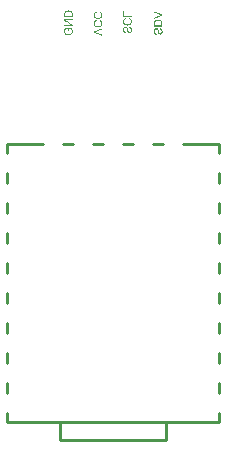
<source format=gbo>
G04 Layer: BottomSilkscreenLayer*
G04 EasyEDA Pro v2.1.54, 2024-04-03 12:40:51*
G04 Gerber Generator version 0.3*
G04 Scale: 100 percent, Rotated: No, Reflected: No*
G04 Dimensions in millimeters*
G04 Leading zeros omitted, absolute positions, 3 integers and 5 decimals*
%FSLAX35Y35*%
%MOMM*%
%ADD10C,0.254*%
G75*


G04 Text Start*
G36*
G01X2221992Y-2345741D02*
G01X2215744Y-2345893D01*
G01X2213356Y-2346198D01*
G01X2208784Y-2347112D01*
G01X2207108Y-2347570D01*
G01X2204415Y-2348484D01*
G01X2203196Y-2348941D01*
G01X2202129Y-2349398D01*
G01X2199386Y-2350770D01*
G01X2197862Y-2351684D01*
G01X2195779Y-2353158D01*
G01X2192579Y-2355901D01*
G01X2190750Y-2358187D01*
G01X2189531Y-2360016D01*
G01X2188921Y-2361082D01*
G01X2188312Y-2362403D01*
G01X2187753Y-2363927D01*
G01X2186686Y-2367128D01*
G01X2186076Y-2370176D01*
G01X2185772Y-2372563D01*
G01X2185670Y-2385619D01*
G01X2193798D01*
G01X2193950Y-2375611D01*
G01X2194103Y-2374392D01*
G01X2194255Y-2372868D01*
G01X2194560Y-2371344D01*
G01X2195170Y-2368956D01*
G01X2195627Y-2367737D01*
G01X2196795Y-2365299D01*
G01X2197557Y-2364080D01*
G01X2198472Y-2363013D01*
G01X2199996Y-2361540D01*
G01X2200758Y-2360930D01*
G01X2201824Y-2360168D01*
G01X2203044Y-2359406D01*
G01X2204263Y-2358796D01*
G01X2205584Y-2358187D01*
G01X2207108Y-2357577D01*
G01X2209089Y-2356968D01*
G01X2210613Y-2356510D01*
G01X2214220Y-2355901D01*
G01X2217877Y-2355596D01*
G01X2221230Y-2355444D01*
G01X2224532Y-2355596D01*
G01X2228190Y-2355901D01*
G01X2230018Y-2356206D01*
G01X2232406Y-2356663D01*
G01X2233930Y-2357120D01*
G01X2235149Y-2357425D01*
G01X2236368Y-2357882D01*
G01X2238807Y-2359101D01*
G01X2240026Y-2359863D01*
G01X2241042Y-2360625D01*
G01X2241804Y-2361082D01*
G01X2242566Y-2361692D01*
G01X2244395Y-2363470D01*
G01X2245309Y-2364689D01*
G01X2246071Y-2365756D01*
G01X2246833Y-2367128D01*
G01X2247443Y-2368499D01*
G01X2247900Y-2370176D01*
G01X2248205Y-2371649D01*
G01X2248510Y-2374392D01*
G01X2248662Y-2385162D01*
G01Y-2395474D01*
G01X2221382D01*
G01X2193950Y-2395322D01*
G01X2193798Y-2385619D01*
G01X2185670D01*
G01X2185619Y-2388921D01*
G01Y-2404872D01*
G01X2256841D01*
G01Y-2389073D01*
G01X2256688Y-2372868D01*
G01X2256384Y-2370176D01*
G01X2256079Y-2368499D01*
G01X2255622Y-2366366D01*
G01X2254707Y-2363622D01*
G01X2254098Y-2362251D01*
G01X2252726Y-2359558D01*
G01X2251202Y-2357425D01*
G01X2250288Y-2356358D01*
G01X2247290Y-2353310D01*
G01X2246528Y-2352751D01*
G01X2244395Y-2351227D01*
G01X2242261Y-2350008D01*
G01X2241347Y-2349551D01*
G01X2240280Y-2349094D01*
G01X2238959Y-2348484D01*
G01X2237130Y-2347874D01*
G01X2235149Y-2347265D01*
G01X2233625Y-2346808D01*
G01X2230323Y-2346198D01*
G01X2228190Y-2345893D01*
G37*
G36*
G01X2185619Y-2420620D02*
G01X2185619Y-2425598D01*
G01X2185721Y-2429408D01*
G01X2186076Y-2430932D01*
G01X2187143Y-2431644D01*
G01X2206193Y-2444394D01*
G01X2208327Y-2445918D01*
G01X2239721Y-2466797D01*
G01X2240585Y-2467559D01*
G01X2233828Y-2467813D01*
G01X2213204Y-2467864D01*
G01X2185619D01*
G01Y-2477262D01*
G01X2256841D01*
G01Y-2472893D01*
G01X2256688Y-2467712D01*
G01X2256384Y-2467051D01*
G01X2255774Y-2466492D01*
G01X2246224Y-2460142D01*
G01X2244090Y-2458618D01*
G01X2212746Y-2437740D01*
G01X2210613Y-2436216D01*
G01X2203806Y-2431644D01*
G01X2202739Y-2431085D01*
G01X2202129Y-2430475D01*
G01X2208886Y-2430120D01*
G01X2229409Y-2430018D01*
G01X2256841D01*
G01Y-2420620D01*
G37*
G36*
G01X2208784Y-2490927D02*
G01X2195474Y-2491232D01*
G01X2194865Y-2491842D01*
G01X2193950Y-2492858D01*
G01X2192426Y-2494991D01*
G01X2191664Y-2496210D01*
G01X2191055Y-2497277D01*
G01X2190293Y-2498496D01*
G01X2189531Y-2499868D01*
G01X2188312Y-2502256D01*
G01X2187753Y-2503627D01*
G01X2187143Y-2505151D01*
G01X2185467Y-2510130D01*
G01X2184857Y-2513178D01*
G01X2184552Y-2515311D01*
G01X2184400Y-2520747D01*
G01X2184552Y-2526233D01*
G01X2185162Y-2529230D01*
G01X2185467Y-2530602D01*
G01X2185924Y-2532583D01*
G01X2186534Y-2534564D01*
G01X2187143Y-2536190D01*
G01X2188312Y-2538933D01*
G01X2189074Y-2540457D01*
G01X2190598Y-2542896D01*
G01X2192122Y-2544978D01*
G01X2193036Y-2546045D01*
G01X2196389Y-2549398D01*
G01X2197557Y-2550312D01*
G01X2198624Y-2551074D01*
G01X2201062Y-2552598D01*
G01X2202434Y-2553310D01*
G01X2203806Y-2553919D01*
G01X2205025Y-2554376D01*
G01X2206041Y-2554834D01*
G01X2207260Y-2555291D01*
G01X2208936Y-2555748D01*
G01X2210308Y-2556205D01*
G01X2213661Y-2556815D01*
G01X2216048Y-2557120D01*
G01X2220163Y-2557272D01*
G01X2224837Y-2557120D01*
G01X2227275Y-2556815D01*
G01X2229104Y-2556510D01*
G01X2230628Y-2556205D01*
G01X2232711Y-2555748D01*
G01X2234692Y-2555138D01*
G01X2236521Y-2554529D01*
G01X2238045Y-2553919D01*
G01X2239416Y-2553310D01*
G01X2241804Y-2552141D01*
G01X2243176Y-2551379D01*
G01X2244547Y-2550465D01*
G01X2246681Y-2548941D01*
G01X2247748Y-2548026D01*
G01X2250745Y-2544978D01*
G01X2251354Y-2544267D01*
G01X2252878Y-2542134D01*
G01X2253488Y-2541067D01*
G01X2254707Y-2538628D01*
G01X2255317Y-2537257D01*
G01X2255926Y-2535784D01*
G01X2256536Y-2533802D01*
G01X2256993Y-2532278D01*
G01X2257552Y-2529230D01*
G01X2257857Y-2527148D01*
G01X2258009Y-2522118D01*
G01X2257857Y-2516835D01*
G01X2257552Y-2514702D01*
G01X2257146Y-2512263D01*
G01X2256688Y-2510739D01*
G01X2256384Y-2509571D01*
G01X2255926Y-2508199D01*
G01X2255469Y-2506980D01*
G01X2255012Y-2505913D01*
G01X2254402Y-2504694D01*
G01X2253640Y-2503322D01*
G01X2252726Y-2501951D01*
G01X2251964Y-2500935D01*
G01X2251354Y-2500173D01*
G01X2248814Y-2497582D01*
G01X2247595Y-2496668D01*
G01X2246833Y-2496058D01*
G01X2245766Y-2495448D01*
G01X2243328Y-2494229D01*
G01X2241956Y-2493620D01*
G01X2240432Y-2493010D01*
G01X2239112Y-2492553D01*
G01X2237892Y-2492299D01*
G01X2237232D01*
G01X2236826Y-2492553D01*
G01X2236368Y-2493772D01*
G01X2235911Y-2495601D01*
G01X2235302Y-2497734D01*
G01X2234844Y-2499258D01*
G01X2234692Y-2500325D01*
G01X2234895Y-2500782D01*
G01X2235454Y-2501087D01*
G01X2236826Y-2501494D01*
G01X2238045Y-2501951D01*
G01X2239112Y-2502408D01*
G01X2242414Y-2504084D01*
G01X2243176Y-2504694D01*
G01X2244090Y-2505456D01*
G01X2244852Y-2506218D01*
G01X2245462Y-2506980D01*
G01X2246376Y-2508047D01*
G01X2247290Y-2509571D01*
G01X2248052Y-2510892D01*
G01X2248916Y-2513330D01*
G01X2249373Y-2514702D01*
G01X2249678Y-2515921D01*
G01X2249983Y-2518054D01*
G01X2250135Y-2521204D01*
G01X2249983Y-2524404D01*
G01X2249678Y-2526843D01*
G01X2249373Y-2528316D01*
G01X2248916Y-2530297D01*
G01X2248357Y-2531974D01*
G01X2247748Y-2533498D01*
G01X2247138Y-2534717D01*
G01X2246528Y-2535784D01*
G01X2245919Y-2536647D01*
G01X2245462Y-2537409D01*
G01X2244852Y-2538171D01*
G01X2241804Y-2541219D01*
G01X2241042Y-2541829D01*
G01X2239264Y-2543048D01*
G01X2238197Y-2543658D01*
G01X2236978Y-2544267D01*
G01X2234844Y-2545131D01*
G01X2233473Y-2545588D01*
G01X2230476Y-2546502D01*
G01X2229104Y-2546807D01*
G01X2226970Y-2547112D01*
G01X2221992Y-2547264D01*
G01X2216353Y-2547112D01*
G01X2214220Y-2546807D01*
G01X2212746Y-2546502D01*
G01X2211375Y-2546198D01*
G01X2209546Y-2545740D01*
G01X2207870Y-2545131D01*
G01X2206346Y-2544572D01*
G01X2204872Y-2543810D01*
G01X2203348Y-2542896D01*
G01X2202282Y-2542134D01*
G01X2199996Y-2540305D01*
G01X2198929Y-2539238D01*
G01X2198014Y-2538019D01*
G01X2197252Y-2536952D01*
G01X2196541Y-2535784D01*
G01X2195932Y-2534717D01*
G01X2195322Y-2533498D01*
G01X2194712Y-2531974D01*
G01X2194103Y-2530297D01*
G01X2193646Y-2528926D01*
G01X2193036Y-2525624D01*
G01X2192884Y-2522118D01*
G01X2193036Y-2517750D01*
G01X2193341Y-2515921D01*
G01X2193646Y-2514397D01*
G01X2194103Y-2512416D01*
G01X2194712Y-2510587D01*
G01X2195322Y-2509114D01*
G01X2195932Y-2507742D01*
G01X2197710Y-2504084D01*
G01X2198472Y-2502865D01*
G01X2199234Y-2501798D01*
G01X2199843Y-2500935D01*
G01X2201723Y-2500478D01*
G01X2206803Y-2500325D01*
G01X2213508D01*
G01Y-2521509D01*
G01X2221687D01*
G01Y-2513178D01*
G01X2221840Y-2504389D01*
G01X2221992Y-2497430D01*
G01Y-2490927D01*
G37*
G36*
G01X2435910Y-2533486D02*
G01X2435607Y-2528335D01*
G01Y-2523335D01*
G01X2436516Y-2523032D01*
G01X2438032Y-2522426D01*
G01X2440456Y-2521516D01*
G01X2445001Y-2519698D01*
G01X2446668Y-2519092D01*
G01X2451214Y-2517274D01*
G01X2452880Y-2516668D01*
G01X2460456Y-2513638D01*
G01X2462880Y-2512729D01*
G01X2467426Y-2510910D01*
G01X2469092Y-2510304D01*
G01X2473638Y-2508486D01*
G01X2475305Y-2507880D01*
G01X2481365Y-2505456D01*
G01X2483032Y-2504850D01*
G01X2489092Y-2502426D01*
G01X2490759Y-2501819D01*
G01X2496820Y-2499395D01*
G01X2498486Y-2498789D01*
G01X2503032Y-2496971D01*
G01X2504698Y-2496365D01*
G01X2506214Y-2495759D01*
G01X2506820Y-2495456D01*
G01Y-2505153D01*
G01X2506062Y-2505456D01*
G01X2504395Y-2506062D01*
G01X2502880Y-2506668D01*
G01X2498032Y-2508486D01*
G01X2496668Y-2508941D01*
G01X2484547Y-2513486D01*
G01X2483183Y-2513941D01*
G01X2481668Y-2514547D01*
G01X2478335Y-2515759D01*
G01X2476820Y-2516365D01*
G01X2471971Y-2518183D01*
G01X2470608Y-2518638D01*
G01X2456062Y-2524092D01*
G01X2454698Y-2524547D01*
G01X2453183Y-2525153D01*
G01X2445911Y-2527577D01*
G01X2444698Y-2528032D01*
G01Y-2528486D01*
G01X2445911Y-2528941D01*
G01X2447426Y-2529395D01*
G01X2455608Y-2532123D01*
G01X2457123Y-2532729D01*
G01X2458941Y-2533335D01*
G01X2465608Y-2535759D01*
G01X2467426Y-2536365D01*
G01X2468941Y-2536971D01*
G01X2471668Y-2537880D01*
G01X2473183Y-2538486D01*
G01X2475001Y-2539092D01*
G01X2478335Y-2540304D01*
G01X2480153Y-2540910D01*
G01X2481668Y-2541516D01*
G01X2484395Y-2542426D01*
G01X2485911Y-2543032D01*
G01X2487729Y-2543638D01*
G01X2489244Y-2544244D01*
G01X2491971Y-2545153D01*
G01X2493486Y-2545759D01*
G01X2495304Y-2546365D01*
G01X2498638Y-2547577D01*
G01X2500456Y-2548183D01*
G01X2501971Y-2548789D01*
G01X2504698Y-2549698D01*
G01X2506062Y-2550304D01*
G01X2506820Y-2550607D01*
G01Y-2560910D01*
G01X2505910Y-2560607D01*
G01X2504244Y-2560001D01*
G01X2502729Y-2559395D01*
G01X2501062Y-2558789D01*
G01X2496517Y-2556971D01*
G01X2494092Y-2556062D01*
G01X2491062Y-2554850D01*
G01X2488638Y-2553941D01*
G01X2487123Y-2553335D01*
G01X2485456Y-2552729D01*
G01X2482426Y-2551516D01*
G01X2480759Y-2550910D01*
G01X2476214Y-2549092D01*
G01X2473789Y-2548183D01*
G01X2472274Y-2547577D01*
G01X2470608Y-2546971D01*
G01X2467577Y-2545759D01*
G01X2465911Y-2545153D01*
G01X2461365Y-2543335D01*
G01X2458941Y-2542426D01*
G01X2455911Y-2541213D01*
G01X2453486Y-2540304D01*
G01X2451971Y-2539698D01*
G01X2450304Y-2539092D01*
G01X2447274Y-2537880D01*
G01X2445607Y-2537274D01*
G01X2441062Y-2535456D01*
G01X2438638Y-2534547D01*
G01X2437123Y-2533941D01*
G01X2435910Y-2533486D01*
G37*
G36*
G01X2434547Y-2389547D02*
G01X2434395Y-2384092D01*
G01X2434547Y-2378637D01*
G01X2435153Y-2375304D01*
G01X2436213Y-2372122D01*
G01X2436820Y-2370607D01*
G01X2437426Y-2369243D01*
G01X2438032Y-2368183D01*
G01X2439547Y-2365910D01*
G01X2440456Y-2364698D01*
G01X2441213Y-2363940D01*
G01X2442426Y-2362425D01*
G01X2443638Y-2361516D01*
G01X2444698Y-2360456D01*
G01X2445456Y-2359850D01*
G01X2446517Y-2359243D01*
G01X2447880Y-2358334D01*
G01X2449244Y-2357577D01*
G01X2450304Y-2356971D01*
G01X2453486Y-2355607D01*
G01X2454698Y-2355153D01*
G01X2456214Y-2354698D01*
G01X2457577Y-2354395D01*
G01X2457994Y-2354433D01*
G01X2458335Y-2354850D01*
G01X2458789Y-2356516D01*
G01X2459092Y-2358031D01*
G01X2459547Y-2359547D01*
G01X2460002Y-2361516D01*
G01X2460305Y-2362880D01*
G01X2460153Y-2363637D01*
G01X2458941Y-2364092D01*
G01X2457577Y-2364395D01*
G01X2456365Y-2364850D01*
G01X2453335Y-2366062D01*
G01X2452274Y-2366668D01*
G01X2450001Y-2368183D01*
G01X2448486Y-2369395D01*
G01X2447274Y-2370759D01*
G01X2446365Y-2371819D01*
G01X2445759Y-2372577D01*
G01X2445304Y-2373486D01*
G01X2444547Y-2374698D01*
G01X2443941Y-2376062D01*
G01X2443486Y-2377274D01*
G01X2443032Y-2378940D01*
G01X2442729Y-2380456D01*
G01X2442426Y-2382274D01*
G01X2442274Y-2385456D01*
G01X2442426Y-2387728D01*
G01X2442729Y-2389395D01*
G01X2443183Y-2391213D01*
G01X2443638Y-2392577D01*
G01X2444092Y-2393789D01*
G01X2445304Y-2396213D01*
G01X2446062Y-2397425D01*
G01X2446820Y-2398486D01*
G01X2447426Y-2399244D01*
G01X2448941Y-2400759D01*
G01X2449850Y-2401516D01*
G01X2450759Y-2402122D01*
G01X2451820Y-2402880D01*
G01X2453335Y-2403789D01*
G01X2455002Y-2404547D01*
G01X2456517Y-2405153D01*
G01X2457880Y-2405607D01*
G01X2459092Y-2405910D01*
G01X2460608Y-2406365D01*
G01X2463032Y-2406819D01*
G01X2464850Y-2407122D01*
G01X2467577Y-2407426D01*
G01X2471971Y-2407577D01*
G01X2476365Y-2407426D01*
G01X2478789Y-2407122D01*
G01X2481820Y-2406516D01*
G01X2483335Y-2406062D01*
G01X2485304Y-2405456D01*
G01X2487123Y-2404850D01*
G01X2488486Y-2404244D01*
G01X2489547Y-2403638D01*
G01X2490759Y-2402880D01*
G01X2491820Y-2402122D01*
G01X2493032Y-2401213D01*
G01X2494092Y-2400153D01*
G01X2495911Y-2397880D01*
G01X2496668Y-2396819D01*
G01X2497577Y-2395304D01*
G01X2498183Y-2393941D01*
G01X2498638Y-2392728D01*
G01X2499092Y-2391365D01*
G01X2499395Y-2390153D01*
G01X2499698Y-2388638D01*
G01X2500001Y-2386516D01*
G01X2500153Y-2383183D01*
G01X2500001Y-2380456D01*
G01X2499698Y-2378940D01*
G01X2499244Y-2377274D01*
G01X2498789Y-2375910D01*
G01X2498335Y-2374698D01*
G01X2496820Y-2372274D01*
G01X2495607Y-2370759D01*
G01X2494850Y-2370001D01*
G01X2493638Y-2369092D01*
G01X2492123Y-2368031D01*
G01X2490911Y-2367274D01*
G01X2488486Y-2366062D01*
G01X2487426Y-2365607D01*
G01X2486214Y-2365153D01*
G01X2485456Y-2364395D01*
G01Y-2363031D01*
G01X2485759Y-2361668D01*
G01X2486214Y-2360153D01*
G01X2486668Y-2358031D01*
G01X2486971Y-2356516D01*
G01X2487426Y-2355759D01*
G01X2488486Y-2355607D01*
G01X2489850Y-2356062D01*
G01X2491365Y-2356668D01*
G01X2492729Y-2357274D01*
G01X2493941Y-2357880D01*
G01X2495001Y-2358486D01*
G01X2496062Y-2359243D01*
G01X2497577Y-2360304D01*
G01X2499092Y-2361516D01*
G01X2500911Y-2363334D01*
G01X2502426Y-2365153D01*
G01X2503032Y-2365910D01*
G01X2503638Y-2366971D01*
G01X2504395Y-2368334D01*
G01X2505001Y-2369395D01*
G01X2505456Y-2370304D01*
G01X2505910Y-2371365D01*
G01X2506365Y-2372577D01*
G01X2506820Y-2373940D01*
G01X2507274Y-2375759D01*
G01X2507577Y-2377425D01*
G01X2507880Y-2379547D01*
G01X2508032Y-2384244D01*
G01X2507880Y-2388941D01*
G01X2507274Y-2392274D01*
G01X2506971Y-2393486D01*
G01X2506062Y-2396213D01*
G01X2505607Y-2397425D01*
G01X2504698Y-2399547D01*
G01X2504092Y-2400759D01*
G01X2503486Y-2401819D01*
G01X2501971Y-2404092D01*
G01X2501062Y-2405304D01*
G01X2499850Y-2406819D01*
G01X2498335Y-2408335D01*
G01X2496820Y-2409547D01*
G01X2495911Y-2410304D01*
G01X2495001Y-2410910D01*
G01X2493941Y-2411668D01*
G01X2492426Y-2412577D01*
G01X2489698Y-2413941D01*
G01X2488638Y-2414395D01*
G01X2487426Y-2414850D01*
G01X2484698Y-2415759D01*
G01X2483032Y-2416213D01*
G01X2481517Y-2416516D01*
G01X2477880Y-2417122D01*
G01X2474547Y-2417426D01*
G01X2471365Y-2417577D01*
G01X2468183Y-2417426D01*
G01X2464850Y-2417122D01*
G01X2462729Y-2416819D01*
G01X2459698Y-2416213D01*
G01X2458183Y-2415759D01*
G01X2456214Y-2415153D01*
G01X2454547Y-2414547D01*
G01X2451517Y-2413335D01*
G01X2449092Y-2412122D01*
G01X2448032Y-2411516D01*
G01X2446971Y-2410759D01*
G01X2445456Y-2409698D01*
G01X2443941Y-2408486D01*
G01X2441365Y-2405910D01*
G01X2440456Y-2404698D01*
G01X2439395Y-2403183D01*
G01X2438486Y-2401819D01*
G01X2437729Y-2400456D01*
G01X2437123Y-2399092D01*
G01X2436516Y-2397577D01*
G01X2435910Y-2395759D01*
G01X2435456Y-2393941D01*
G01X2435153Y-2392577D01*
G01X2434547Y-2389547D01*
G37*
G36*
G01X2434547Y-2461668D02*
G01X2434395Y-2456516D01*
G01X2434547Y-2451062D01*
G01X2434850Y-2448941D01*
G01X2435456Y-2446516D01*
G01X2435910Y-2445153D01*
G01X2436516Y-2443638D01*
G01X2437123Y-2442274D01*
G01X2437729Y-2441062D01*
G01X2438335Y-2440001D01*
G01X2439092Y-2438789D01*
G01X2439850Y-2437728D01*
G01X2441062Y-2436213D01*
G01X2443335Y-2433941D01*
G01X2444850Y-2432728D01*
G01X2446062Y-2431819D01*
G01X2447577Y-2430759D01*
G01X2448941Y-2430001D01*
G01X2450001Y-2429395D01*
G01X2452123Y-2428486D01*
G01X2453486Y-2427880D01*
G01X2455305Y-2427274D01*
G01X2457274Y-2426668D01*
G01X2458070Y-2426592D01*
G01X2458335Y-2426971D01*
G01X2458486Y-2428032D01*
G01X2458941Y-2429547D01*
G01X2459395Y-2431516D01*
G01X2459698Y-2432880D01*
G01X2460153Y-2434395D01*
G01X2460305Y-2435759D01*
G01X2459244Y-2436213D01*
G01X2457729Y-2436668D01*
G01X2456365Y-2437122D01*
G01X2455153Y-2437577D01*
G01X2453032Y-2438486D01*
G01X2451820Y-2439244D01*
G01X2450456Y-2440153D01*
G01X2449395Y-2440910D01*
G01X2447123Y-2443183D01*
G01X2446214Y-2444395D01*
G01X2445153Y-2445910D01*
G01X2444395Y-2447425D01*
G01X2443789Y-2448789D01*
G01X2443335Y-2450153D01*
G01X2442729Y-2452577D01*
G01X2442426Y-2454698D01*
G01X2442274Y-2457728D01*
G01X2442426Y-2459850D01*
G01X2442729Y-2461971D01*
G01X2443183Y-2463486D01*
G01X2443789Y-2465304D01*
G01X2444395Y-2466819D01*
G01X2445153Y-2468183D01*
G01X2445911Y-2469395D01*
G01X2446820Y-2470759D01*
G01X2449395Y-2473334D01*
G01X2450911Y-2474547D01*
G01X2451820Y-2475153D01*
G01X2453032Y-2475910D01*
G01X2454698Y-2476668D01*
G01X2457729Y-2477880D01*
G01X2459547Y-2478334D01*
G01X2460911Y-2478637D01*
G01X2462123Y-2478940D01*
G01X2463941Y-2479244D01*
G01X2466062Y-2479547D01*
G01X2468486Y-2479698D01*
G01X2472123Y-2480001D01*
G01X2477577Y-2479547D01*
G01X2479698Y-2479244D01*
G01X2481214Y-2478940D01*
G01X2482880Y-2478486D01*
G01X2485911Y-2477577D01*
G01X2487426Y-2476971D01*
G01X2488789Y-2476365D01*
G01X2491214Y-2474850D01*
G01X2492426Y-2473941D01*
G01X2495001Y-2471365D01*
G01X2495911Y-2470153D01*
G01X2496971Y-2468637D01*
G01X2498335Y-2465910D01*
G01X2498789Y-2464698D01*
G01X2499395Y-2462274D01*
G01X2499698Y-2460759D01*
G01X2500001Y-2458638D01*
G01X2500153Y-2455304D01*
G01X2500001Y-2452880D01*
G01X2499698Y-2451213D01*
G01X2499244Y-2449395D01*
G01X2498789Y-2448183D01*
G01X2498335Y-2447122D01*
G01X2497729Y-2445910D01*
G01X2496971Y-2444850D01*
G01X2495759Y-2443335D01*
G01X2494244Y-2441819D01*
G01X2493032Y-2440910D01*
G01X2491517Y-2439850D01*
G01X2488789Y-2438486D01*
G01X2487729Y-2438032D01*
G01X2486517Y-2437577D01*
G01X2485608Y-2437122D01*
G01X2485304Y-2436365D01*
G01X2485456Y-2435304D01*
G01X2485911Y-2433789D01*
G01X2486365Y-2431668D01*
G01X2486668Y-2430153D01*
G01X2487123Y-2428638D01*
G01X2487426Y-2427577D01*
G01X2490153Y-2428486D01*
G01X2491668Y-2429092D01*
G01X2493032Y-2429698D01*
G01X2494395Y-2430456D01*
G01X2495607Y-2431213D01*
G01X2496971Y-2432122D01*
G01X2498183Y-2433032D01*
G01X2501214Y-2436062D01*
G01X2502123Y-2437122D01*
G01X2503638Y-2439244D01*
G01X2504395Y-2440456D01*
G01X2505607Y-2442880D01*
G01X2506062Y-2443941D01*
G01X2506517Y-2445153D01*
G01X2506971Y-2446819D01*
G01X2507274Y-2448335D01*
G01X2507577Y-2449547D01*
G01X2507880Y-2451668D01*
G01X2508032Y-2456819D01*
G01X2507880Y-2461062D01*
G01X2507577Y-2463183D01*
G01X2506971Y-2465910D01*
G01X2506517Y-2467274D01*
G01X2505910Y-2468941D01*
G01X2505304Y-2470456D01*
G01X2504698Y-2471819D01*
G01X2503183Y-2474547D01*
G01X2502426Y-2475759D01*
G01X2501668Y-2476819D01*
G01X2500759Y-2478031D01*
G01X2497426Y-2481365D01*
G01X2496517Y-2482122D01*
G01X2495607Y-2482728D01*
G01X2494547Y-2483486D01*
G01X2492123Y-2485001D01*
G01X2489395Y-2486365D01*
G01X2488335Y-2486819D01*
G01X2487123Y-2487274D01*
G01X2485759Y-2487728D01*
G01X2484547Y-2488031D01*
G01X2483032Y-2488486D01*
G01X2480608Y-2488941D01*
G01X2478789Y-2489244D01*
G01X2476365Y-2489547D01*
G01X2471214Y-2489698D01*
G01X2466062Y-2489547D01*
G01X2463638Y-2489244D01*
G01X2460305Y-2488638D01*
G01X2458789Y-2488183D01*
G01X2456820Y-2487577D01*
G01X2455002Y-2486971D01*
G01X2453335Y-2486365D01*
G01X2451820Y-2485759D01*
G01X2449395Y-2484547D01*
G01X2448335Y-2483940D01*
G01X2446062Y-2482425D01*
G01X2444850Y-2481516D01*
G01X2444092Y-2480759D01*
G01X2443183Y-2480001D01*
G01X2442123Y-2478940D01*
G01X2440304Y-2476819D01*
G01X2438486Y-2474092D01*
G01X2437123Y-2471365D01*
G01X2436516Y-2470001D01*
G01X2435910Y-2468183D01*
G01X2435456Y-2466365D01*
G01X2435153Y-2465001D01*
G01X2434850Y-2463183D01*
G01X2434547Y-2461668D01*
G37*
G36*
G01X2684547Y-2445001D02*
G01X2684395Y-2439850D01*
G01X2684547Y-2434395D01*
G01X2684850Y-2432274D01*
G01X2685456Y-2429850D01*
G01X2685910Y-2428486D01*
G01X2686516Y-2426971D01*
G01X2687123Y-2425607D01*
G01X2687729Y-2424395D01*
G01X2688335Y-2423335D01*
G01X2689092Y-2422123D01*
G01X2689850Y-2421062D01*
G01X2691062Y-2419547D01*
G01X2693335Y-2417274D01*
G01X2694850Y-2416062D01*
G01X2696062Y-2415153D01*
G01X2697577Y-2414092D01*
G01X2698941Y-2413335D01*
G01X2700001Y-2412728D01*
G01X2702123Y-2411819D01*
G01X2703486Y-2411213D01*
G01X2705305Y-2410607D01*
G01X2707274Y-2410001D01*
G01X2708070Y-2409925D01*
G01X2708335Y-2410304D01*
G01X2708486Y-2411365D01*
G01X2708941Y-2412880D01*
G01X2709395Y-2414850D01*
G01X2709699Y-2416213D01*
G01X2710153Y-2417729D01*
G01X2710305Y-2419092D01*
G01X2709244Y-2419547D01*
G01X2707729Y-2420001D01*
G01X2706365Y-2420456D01*
G01X2705153Y-2420910D01*
G01X2703032Y-2421819D01*
G01X2701820Y-2422577D01*
G01X2700456Y-2423486D01*
G01X2699395Y-2424244D01*
G01X2697123Y-2426516D01*
G01X2696214Y-2427729D01*
G01X2695153Y-2429244D01*
G01X2694395Y-2430759D01*
G01X2693789Y-2432122D01*
G01X2693335Y-2433486D01*
G01X2692729Y-2435910D01*
G01X2692426Y-2438032D01*
G01X2692274Y-2441062D01*
G01X2692426Y-2443183D01*
G01X2692729Y-2445304D01*
G01X2693183Y-2446819D01*
G01X2693789Y-2448638D01*
G01X2694395Y-2450153D01*
G01X2695153Y-2451516D01*
G01X2695911Y-2452728D01*
G01X2696820Y-2454092D01*
G01X2699395Y-2456668D01*
G01X2700911Y-2457880D01*
G01X2701820Y-2458486D01*
G01X2703032Y-2459244D01*
G01X2704698Y-2460001D01*
G01X2707729Y-2461213D01*
G01X2709547Y-2461668D01*
G01X2710911Y-2461971D01*
G01X2712123Y-2462274D01*
G01X2713941Y-2462577D01*
G01X2716062Y-2462880D01*
G01X2718486Y-2463031D01*
G01X2722123Y-2463335D01*
G01X2727577Y-2462880D01*
G01X2729698Y-2462577D01*
G01X2731214Y-2462274D01*
G01X2732880Y-2461819D01*
G01X2735911Y-2460910D01*
G01X2737426Y-2460304D01*
G01X2738789Y-2459698D01*
G01X2741214Y-2458183D01*
G01X2742426Y-2457274D01*
G01X2745001Y-2454698D01*
G01X2745911Y-2453486D01*
G01X2746971Y-2451971D01*
G01X2748335Y-2449244D01*
G01X2748789Y-2448032D01*
G01X2749395Y-2445607D01*
G01X2749698Y-2444092D01*
G01X2750001Y-2441971D01*
G01X2750153Y-2438638D01*
G01X2750001Y-2436213D01*
G01X2749698Y-2434547D01*
G01X2749244Y-2432729D01*
G01X2748789Y-2431516D01*
G01X2748335Y-2430456D01*
G01X2747729Y-2429244D01*
G01X2746971Y-2428183D01*
G01X2745759Y-2426668D01*
G01X2744244Y-2425153D01*
G01X2743032Y-2424244D01*
G01X2741517Y-2423183D01*
G01X2738789Y-2421819D01*
G01X2737729Y-2421365D01*
G01X2736517Y-2420910D01*
G01X2735608Y-2420456D01*
G01X2735304Y-2419698D01*
G01X2735456Y-2418638D01*
G01X2735911Y-2417122D01*
G01X2736365Y-2415001D01*
G01X2736668Y-2413486D01*
G01X2737123Y-2411971D01*
G01X2737426Y-2410910D01*
G01X2740153Y-2411819D01*
G01X2741668Y-2412425D01*
G01X2743032Y-2413032D01*
G01X2744395Y-2413789D01*
G01X2745608Y-2414547D01*
G01X2746971Y-2415456D01*
G01X2748183Y-2416365D01*
G01X2751214Y-2419395D01*
G01X2752123Y-2420456D01*
G01X2753638Y-2422577D01*
G01X2754395Y-2423789D01*
G01X2755607Y-2426213D01*
G01X2756062Y-2427274D01*
G01X2756517Y-2428486D01*
G01X2756971Y-2430153D01*
G01X2757274Y-2431668D01*
G01X2757577Y-2432880D01*
G01X2757880Y-2435001D01*
G01X2758032Y-2440153D01*
G01X2757880Y-2444395D01*
G01X2757577Y-2446516D01*
G01X2756971Y-2449244D01*
G01X2756517Y-2450607D01*
G01X2755911Y-2452274D01*
G01X2755304Y-2453789D01*
G01X2754698Y-2455153D01*
G01X2753183Y-2457880D01*
G01X2752426Y-2459092D01*
G01X2751668Y-2460153D01*
G01X2750759Y-2461365D01*
G01X2747426Y-2464698D01*
G01X2746517Y-2465456D01*
G01X2745608Y-2466062D01*
G01X2744547Y-2466819D01*
G01X2742123Y-2468335D01*
G01X2739395Y-2469698D01*
G01X2738335Y-2470153D01*
G01X2737123Y-2470607D01*
G01X2735759Y-2471062D01*
G01X2734547Y-2471365D01*
G01X2733032Y-2471819D01*
G01X2730608Y-2472274D01*
G01X2728789Y-2472577D01*
G01X2726365Y-2472880D01*
G01X2721214Y-2473031D01*
G01X2716062Y-2472880D01*
G01X2713638Y-2472577D01*
G01X2710305Y-2471971D01*
G01X2708789Y-2471516D01*
G01X2706820Y-2470910D01*
G01X2705002Y-2470304D01*
G01X2703335Y-2469698D01*
G01X2701820Y-2469092D01*
G01X2699395Y-2467880D01*
G01X2698335Y-2467274D01*
G01X2696062Y-2465759D01*
G01X2694850Y-2464850D01*
G01X2694092Y-2464092D01*
G01X2693183Y-2463335D01*
G01X2692123Y-2462274D01*
G01X2690304Y-2460153D01*
G01X2688486Y-2457425D01*
G01X2687123Y-2454698D01*
G01X2686516Y-2453335D01*
G01X2685910Y-2451516D01*
G01X2685456Y-2449698D01*
G01X2685153Y-2448335D01*
G01X2684850Y-2446516D01*
G01X2684547Y-2445001D01*
G37*
G36*
G01X2684547Y-2516213D02*
G01X2684395Y-2510153D01*
G01X2684547Y-2504395D01*
G01X2685153Y-2501062D01*
G01X2686213Y-2497880D01*
G01X2686820Y-2496213D01*
G01X2688032Y-2493789D01*
G01X2688638Y-2492728D01*
G01X2689395Y-2491668D01*
G01X2690304Y-2490607D01*
G01X2691062Y-2489698D01*
G01X2692123Y-2488637D01*
G01X2693183Y-2487728D01*
G01X2694092Y-2486971D01*
G01X2695153Y-2486365D01*
G01X2696365Y-2485607D01*
G01X2697880Y-2484850D01*
G01X2699547Y-2484244D01*
G01X2701517Y-2483638D01*
G01X2703638Y-2483334D01*
G01X2705153Y-2483183D01*
G01X2706214Y-2483031D01*
G01X2707274Y-2483183D01*
G01X2709699Y-2483486D01*
G01X2710911Y-2483789D01*
G01X2712274Y-2484244D01*
G01X2713638Y-2484850D01*
G01X2714850Y-2485456D01*
G01X2715759Y-2486062D01*
G01X2716971Y-2486971D01*
G01X2719547Y-2489547D01*
G01X2720305Y-2490607D01*
G01X2721214Y-2491971D01*
G01X2721971Y-2493183D01*
G01X2723183Y-2495607D01*
G01X2724092Y-2498031D01*
G01X2724547Y-2499395D01*
G01X2725456Y-2502425D01*
G01X2725759Y-2503789D01*
G01X2726214Y-2505304D01*
G01X2726668Y-2507274D01*
G01X2726971Y-2508638D01*
G01X2727729Y-2511668D01*
G01X2728183Y-2513638D01*
G01X2728486Y-2515001D01*
G01X2728941Y-2516516D01*
G01X2729547Y-2518486D01*
G01X2730153Y-2520304D01*
G01X2730759Y-2521971D01*
G01X2731365Y-2523486D01*
G01X2731971Y-2524547D01*
G01X2732577Y-2525304D01*
G01X2733335Y-2526062D01*
G01X2734395Y-2526820D01*
G01X2735759Y-2527577D01*
G01X2737577Y-2528032D01*
G01X2740001Y-2528183D01*
G01X2741971Y-2527880D01*
G01X2743335Y-2527274D01*
G01X2744395Y-2526668D01*
G01X2745153Y-2526062D01*
G01X2745911Y-2525304D01*
G01X2746517Y-2524547D01*
G01X2747274Y-2523486D01*
G01X2748032Y-2522274D01*
G01X2748486Y-2521062D01*
G01X2748941Y-2519698D01*
G01X2749244Y-2518486D01*
G01X2749395Y-2517426D01*
G01X2749698Y-2515607D01*
G01X2749850Y-2511213D01*
G01X2749698Y-2507728D01*
G01X2749395Y-2506062D01*
G01X2748941Y-2504244D01*
G01X2748486Y-2503031D01*
G01X2748032Y-2501971D01*
G01X2747426Y-2500910D01*
G01X2746517Y-2499547D01*
G01X2745456Y-2498486D01*
G01X2743941Y-2497274D01*
G01X2743032Y-2496668D01*
G01X2741820Y-2496062D01*
G01X2740153Y-2495456D01*
G01X2738486Y-2495001D01*
G01X2736971Y-2494547D01*
G01X2736403Y-2493903D01*
G01X2736214Y-2492577D01*
G01X2736668Y-2486213D01*
G01X2736820Y-2485607D01*
G01X2738335Y-2485456D01*
G01X2740304Y-2485607D01*
G01X2742729Y-2486213D01*
G01X2743941Y-2486668D01*
G01X2745456Y-2487274D01*
G01X2746820Y-2488031D01*
G01X2748032Y-2488789D01*
G01X2748941Y-2489395D01*
G01X2749698Y-2490001D01*
G01X2751971Y-2492274D01*
G01X2752880Y-2493486D01*
G01X2753941Y-2495001D01*
G01X2755304Y-2497728D01*
G01X2755911Y-2499092D01*
G01X2756517Y-2500910D01*
G01X2756971Y-2502577D01*
G01X2757577Y-2505607D01*
G01X2757880Y-2507728D01*
G01X2758032Y-2513032D01*
G01X2757880Y-2517426D01*
G01X2757577Y-2519547D01*
G01X2757274Y-2520910D01*
G01X2756820Y-2522426D01*
G01X2755911Y-2525153D01*
G01X2755304Y-2526517D01*
G01X2754698Y-2527729D01*
G01X2753941Y-2528941D01*
G01X2752880Y-2530456D01*
G01X2751971Y-2531668D01*
G01X2751214Y-2532426D01*
G01X2750001Y-2533335D01*
G01X2748638Y-2534395D01*
G01X2747274Y-2535153D01*
G01X2746062Y-2535759D01*
G01X2744698Y-2536365D01*
G01X2742729Y-2536971D01*
G01X2741062Y-2537274D01*
G01X2740001Y-2537426D01*
G01X2737880Y-2537577D01*
G01X2735759Y-2537426D01*
G01X2734395Y-2537123D01*
G01X2732880Y-2536668D01*
G01X2731668Y-2536213D01*
G01X2730608Y-2535759D01*
G01X2729395Y-2535001D01*
G01X2728335Y-2534244D01*
G01X2727577Y-2533638D01*
G01X2726062Y-2532123D01*
G01X2725305Y-2531213D01*
G01X2724698Y-2530304D01*
G01X2723941Y-2529244D01*
G01X2723183Y-2527880D01*
G01X2722577Y-2526820D01*
G01X2722123Y-2525759D01*
G01X2721668Y-2524547D01*
G01X2721062Y-2523032D01*
G01X2719850Y-2519092D01*
G01X2719395Y-2517274D01*
G01X2719092Y-2515910D01*
G01X2718638Y-2514395D01*
G01X2718183Y-2512425D01*
G01X2717880Y-2511062D01*
G01X2717426Y-2509547D01*
G01X2716971Y-2507577D01*
G01X2716062Y-2504547D01*
G01X2715759Y-2503183D01*
G01X2715305Y-2501819D01*
G01X2714698Y-2500153D01*
G01X2713486Y-2497728D01*
G01X2712880Y-2496668D01*
G01X2712274Y-2495910D01*
G01X2711517Y-2495153D01*
G01X2710759Y-2494547D01*
G01X2709699Y-2493789D01*
G01X2708032Y-2493031D01*
G01X2706062Y-2492577D01*
G01X2703941Y-2492425D01*
G01X2702426Y-2492577D01*
G01X2701062Y-2493031D01*
G01X2699547Y-2493789D01*
G01X2698183Y-2494698D01*
G01X2696971Y-2495910D01*
G01X2695456Y-2498031D01*
G01X2694698Y-2499547D01*
G01X2694092Y-2500910D01*
G01X2693638Y-2502274D01*
G01X2693335Y-2503486D01*
G01X2693032Y-2505001D01*
G01X2692729Y-2506819D01*
G01X2692577Y-2510607D01*
G01X2692729Y-2514092D01*
G01X2693032Y-2516213D01*
G01X2693335Y-2517426D01*
G01X2694244Y-2520153D01*
G01X2694698Y-2521365D01*
G01X2695304Y-2522577D01*
G01X2695911Y-2523638D01*
G01X2696668Y-2524698D01*
G01X2697577Y-2525759D01*
G01X2698183Y-2526517D01*
G01X2698789Y-2527123D01*
G01X2700304Y-2528335D01*
G01X2702426Y-2529395D01*
G01X2703941Y-2530001D01*
G01X2705608Y-2530456D01*
G01X2706971Y-2530759D01*
G01X2708183Y-2531062D01*
G01X2708941Y-2531213D01*
G01Y-2532880D01*
G01X2708789Y-2535001D01*
G01X2708486Y-2538335D01*
G01X2708335Y-2539547D01*
G01Y-2540304D01*
G01X2707274D01*
G01X2705759Y-2540153D01*
G01X2703638Y-2539850D01*
G01X2702123Y-2539395D01*
G01X2700153Y-2538789D01*
G01X2698789Y-2538183D01*
G01X2697577Y-2537577D01*
G01X2696214Y-2536820D01*
G01X2694850Y-2535910D01*
G01X2693789Y-2535001D01*
G01X2692274Y-2533789D01*
G01X2691517Y-2533032D01*
G01X2689698Y-2530759D01*
G01X2689092Y-2529698D01*
G01X2688335Y-2528486D01*
G01X2687729Y-2527274D01*
G01X2686516Y-2524547D01*
G01X2686062Y-2523032D01*
G01X2685759Y-2521668D01*
G01X2685304Y-2520153D01*
G01X2685001Y-2518486D01*
G01X2684850Y-2517426D01*
G01X2684547Y-2516213D01*
G37*
G36*
G01X2721214Y-2398486D02*
G01X2685607Y-2398486D01*
G01Y-2353638D01*
G01X2693789D01*
G01Y-2388789D01*
G01X2756820D01*
G01Y-2398486D01*
G01X2721214D01*
G37*
G36*
G01X2945587Y-2350922D02*
G01X2945587Y-2356206D01*
G01X2945740Y-2360270D01*
G01X2946044Y-2361844D01*
G01X2947416Y-2362403D01*
G01X2949092Y-2363013D01*
G01X2952140Y-2364232D01*
G01X2953766Y-2364842D01*
G01X2956814Y-2366061D01*
G01X2958490Y-2366670D01*
G01X2961538Y-2367890D01*
G01X2963164Y-2368499D01*
G01X2966212Y-2369718D01*
G01X2967126Y-2370023D01*
G01Y-2384704D01*
G01Y-2385314D01*
G01X2974696D01*
G01X2974848Y-2373478D01*
G01X2975204Y-2373224D01*
G01X2975915Y-2373325D01*
G01X2979268Y-2374544D01*
G01X2980741Y-2375154D01*
G01X2994101Y-2380132D01*
G01X2995168Y-2380590D01*
G01X2996387Y-2381047D01*
G01X2997708Y-2381504D01*
G01X3000146Y-2382418D01*
G01X3005633Y-2384247D01*
G01X3007106Y-2384704D01*
G01X3007766Y-2384908D01*
G01X3007868Y-2385314D01*
G01X3006954Y-2385924D01*
G01X3005734Y-2386228D01*
G01X3004261Y-2386533D01*
G01X3002585Y-2386990D01*
G01X2999537Y-2387905D01*
G01X2996844Y-2388768D01*
G01X2977439Y-2396084D01*
G01X2975915Y-2396642D01*
G01X2974848Y-2396795D01*
G01X2974696Y-2385314D01*
G01X2967126D01*
G01X2966974Y-2395830D01*
G01X2966517Y-2399843D01*
G01X2965145Y-2400452D01*
G01X2962707Y-2401367D01*
G01X2961386Y-2401824D01*
G01X2959862Y-2402434D01*
G01X2946502Y-2407260D01*
G01X2945587Y-2407564D01*
G01Y-2417877D01*
G01X2946502Y-2417420D01*
G01X2948178Y-2416658D01*
G01X2949854Y-2416048D01*
G01X2952902Y-2414829D01*
G01X2954528Y-2414219D01*
G01X2956052Y-2413660D01*
G01X2957728Y-2413051D01*
G01X2960776Y-2411832D01*
G01X2962402Y-2411222D01*
G01X2963926Y-2410612D01*
G01X2965602Y-2410003D01*
G01X2968650Y-2408784D01*
G01X2970327Y-2408174D01*
G01X2971800Y-2407564D01*
G01X2973476Y-2406955D01*
G01X2976524Y-2405736D01*
G01X2978201Y-2405177D01*
G01X2979674Y-2404567D01*
G01X2981350Y-2403958D01*
G01X2984398Y-2402738D01*
G01X2986075Y-2402129D01*
G01X2987599Y-2401519D01*
G01X2989224Y-2400910D01*
G01X2992272Y-2399690D01*
G01X2995625Y-2398471D01*
G01X2998622Y-2397252D01*
G01X3000299Y-2396642D01*
G01X3001823Y-2396084D01*
G01X3003499Y-2395474D01*
G01X3006496Y-2394255D01*
G01X3008173Y-2393645D01*
G01X3009697Y-2393036D01*
G01X3011373Y-2392426D01*
G01X3014370Y-2391207D01*
G01X3016047Y-2390597D01*
G01X3016809Y-2390292D01*
G01Y-2385466D01*
G01X3016656Y-2380132D01*
G01X3015742Y-2379370D01*
G01X3011221Y-2377592D01*
G01X3009849Y-2376983D01*
G01X3006801Y-2375764D01*
G01X3005480Y-2375154D01*
G01X2999384Y-2372716D01*
G01X2998013Y-2372106D01*
G01X2995016Y-2370887D01*
G01X2993796Y-2370480D01*
G01X2992730Y-2370023D01*
G01X2991358Y-2369414D01*
G01X2986837Y-2367585D01*
G01X2985465Y-2366975D01*
G01X2980893Y-2365146D01*
G01X2979572Y-2364537D01*
G01X2976524Y-2363318D01*
G01X2975305Y-2362860D01*
G01X2974238Y-2362403D01*
G01X2972867Y-2361844D01*
G01X2968346Y-2360016D01*
G01X2966974Y-2359406D01*
G01X2960929Y-2356968D01*
G01X2959557Y-2356358D01*
G01X2956509Y-2355139D01*
G01X2955138Y-2354529D01*
G01X2949092Y-2352142D01*
G01X2947721Y-2351532D01*
G01X2946349Y-2351075D01*
G37*
G36*
G01X2981960Y-2423008D02*
G01X2975762Y-2423160D01*
G01X2973324Y-2423465D01*
G01X2968803Y-2424379D01*
G01X2967126Y-2424836D01*
G01X2964383Y-2425751D01*
G01X2963164Y-2426208D01*
G01X2962148Y-2426665D01*
G01X2959405Y-2428037D01*
G01X2957881Y-2428951D01*
G01X2955747Y-2430475D01*
G01X2952598Y-2433168D01*
G01X2950769Y-2435454D01*
G01X2949550Y-2437282D01*
G01X2948940Y-2438349D01*
G01X2948330Y-2439721D01*
G01X2947721Y-2441194D01*
G01X2946654Y-2444394D01*
G01X2946044Y-2447442D01*
G01X2945740Y-2449830D01*
G01X2945638Y-2462886D01*
G01X2953766D01*
G01X2953918Y-2452878D01*
G01X2954071Y-2451659D01*
G01X2954223Y-2450135D01*
G01X2954528Y-2448662D01*
G01X2955138Y-2446223D01*
G01X2955595Y-2445004D01*
G01X2956814Y-2442566D01*
G01X2957576Y-2441346D01*
G01X2958490Y-2440280D01*
G01X2960014Y-2438806D01*
G01X2960776Y-2438197D01*
G01X2961843Y-2437435D01*
G01X2963012Y-2436673D01*
G01X2964231Y-2436063D01*
G01X2965602Y-2435454D01*
G01X2967126Y-2434844D01*
G01X2969108Y-2434234D01*
G01X2970632Y-2433777D01*
G01X2974238Y-2433168D01*
G01X2977896Y-2432863D01*
G01X2981198Y-2432710D01*
G01X2984551Y-2432863D01*
G01X2988208Y-2433168D01*
G01X2989986Y-2433472D01*
G01X2992425Y-2433930D01*
G01X2993949Y-2434387D01*
G01X2995168Y-2434692D01*
G01X2996387Y-2435149D01*
G01X2998775Y-2436368D01*
G01X2999994Y-2437130D01*
G01X3001061Y-2437892D01*
G01X3001823Y-2438349D01*
G01X3002585Y-2438959D01*
G01X3004414Y-2440737D01*
G01X3005328Y-2441956D01*
G01X3006039Y-2443023D01*
G01X3006801Y-2444394D01*
G01X3007411Y-2445766D01*
G01X3007868Y-2447442D01*
G01X3008173Y-2448916D01*
G01X3008478Y-2451659D01*
G01X3008630Y-2462428D01*
G01Y-2472741D01*
G01X2981350D01*
G01X2953918Y-2472588D01*
G01X2953766Y-2462886D01*
G01X2945638D01*
G01X2945587Y-2466238D01*
G01Y-2482139D01*
G01X3016809D01*
G01Y-2466340D01*
G01X3016656Y-2450135D01*
G01X3016352Y-2447442D01*
G01X3016047Y-2445766D01*
G01X3015590Y-2443632D01*
G01X3014675Y-2440889D01*
G01X3014116Y-2439568D01*
G01X3012745Y-2436825D01*
G01X3011221Y-2434692D01*
G01X3010306Y-2433625D01*
G01X3007258Y-2430628D01*
G01X3006496Y-2430018D01*
G01X3004414Y-2428494D01*
G01X3002280Y-2427275D01*
G01X3001366Y-2426818D01*
G01X3000299Y-2426360D01*
G01X2998927Y-2425751D01*
G01X2997098Y-2425141D01*
G01X2995168Y-2424532D01*
G01X2993644Y-2424074D01*
G01X2990291Y-2423465D01*
G01X2988208Y-2423160D01*
G37*
G36*
G01X2966212Y-2494839D02*
G01X2965145Y-2494991D01*
G01X2963621Y-2495144D01*
G01X2961538Y-2495448D01*
G01X2959557Y-2496058D01*
G01X2957881Y-2496668D01*
G01X2956357Y-2497430D01*
G01X2955138Y-2498192D01*
G01X2954071Y-2498801D01*
G01X2953207Y-2499563D01*
G01X2952140Y-2500478D01*
G01X2951074Y-2501494D01*
G01X2950312Y-2502408D01*
G01X2949397Y-2503475D01*
G01X2948635Y-2504542D01*
G01X2948026Y-2505608D01*
G01X2946806Y-2508047D01*
G01X2946197Y-2509723D01*
G01X2945130Y-2512873D01*
G01X2944571Y-2516226D01*
G01X2944419Y-2521966D01*
G01X2944571Y-2528011D01*
G01X2944825Y-2529230D01*
G01X2944978Y-2530297D01*
G01X2945282Y-2531974D01*
G01X2945740Y-2533498D01*
G01X2946044Y-2534869D01*
G01X2946502Y-2536342D01*
G01X2947721Y-2539086D01*
G01X2948330Y-2540305D01*
G01X2949092Y-2541524D01*
G01X2949702Y-2542591D01*
G01X2951531Y-2544826D01*
G01X2952293Y-2545588D01*
G01X2953766Y-2546807D01*
G01X2954833Y-2547722D01*
G01X2956204Y-2548636D01*
G01X2957576Y-2549398D01*
G01X2958795Y-2550008D01*
G01X2960167Y-2550617D01*
G01X2962148Y-2551227D01*
G01X2963621Y-2551684D01*
G01X2965755Y-2551989D01*
G01X2967279Y-2552141D01*
G01X2968346D01*
G01Y-2551379D01*
G01X2968498Y-2550160D01*
G01X2968803Y-2546807D01*
G01X2968955Y-2544674D01*
G01Y-2543048D01*
G01X2968193Y-2542896D01*
G01X2966974Y-2542591D01*
G01X2965602Y-2542286D01*
G01X2963926Y-2541829D01*
G01X2962402Y-2541219D01*
G01X2960319Y-2540152D01*
G01X2958795Y-2538933D01*
G01X2958186Y-2538324D01*
G01X2957576Y-2537562D01*
G01X2956662Y-2536495D01*
G01X2955900Y-2535479D01*
G01X2955290Y-2534412D01*
G01X2954680Y-2533193D01*
G01X2954223Y-2531974D01*
G01X2953360Y-2529230D01*
G01X2953055Y-2528011D01*
G01X2952750Y-2525928D01*
G01X2952598Y-2522423D01*
G01X2952750Y-2518613D01*
G01X2953055Y-2516835D01*
G01X2953360Y-2515311D01*
G01X2953614Y-2514092D01*
G01X2954071Y-2512720D01*
G01X2954680Y-2511349D01*
G01X2955442Y-2509825D01*
G01X2956966Y-2507742D01*
G01X2958186Y-2506523D01*
G01X2959557Y-2505608D01*
G01X2961081Y-2504846D01*
G01X2962402Y-2504389D01*
G01X2963926Y-2504237D01*
G01X2966060Y-2504389D01*
G01X2968041Y-2504846D01*
G01X2969717Y-2505608D01*
G01X2970784Y-2506370D01*
G01X2971495Y-2506980D01*
G01X2972257Y-2507742D01*
G01X2972867Y-2508504D01*
G01X2973476Y-2509571D01*
G01X2974696Y-2511958D01*
G01X2975305Y-2513635D01*
G01X2975762Y-2515006D01*
G01X2976067Y-2516378D01*
G01X2976982Y-2519375D01*
G01X2977439Y-2521356D01*
G01X2977896Y-2522880D01*
G01X2978201Y-2524252D01*
G01X2978658Y-2526233D01*
G01X2979115Y-2527706D01*
G01X2979826Y-2530907D01*
G01X2981046Y-2534869D01*
G01X2981655Y-2536342D01*
G01X2982112Y-2537562D01*
G01X2982570Y-2538628D01*
G01X2983179Y-2539695D01*
G01X2983941Y-2541067D01*
G01X2984703Y-2542134D01*
G01X2985313Y-2543048D01*
G01X2986075Y-2543962D01*
G01X2987599Y-2545436D01*
G01X2988310Y-2546045D01*
G01X2989377Y-2546807D01*
G01X2990596Y-2547569D01*
G01X2991663Y-2548026D01*
G01X2992882Y-2548484D01*
G01X2994406Y-2548941D01*
G01X2995778Y-2549246D01*
G01X2997860Y-2549398D01*
G01X2999994Y-2549246D01*
G01X3001061Y-2549093D01*
G01X3002737Y-2548788D01*
G01X3004718Y-2548179D01*
G01X3006039Y-2547569D01*
G01X3007258Y-2546960D01*
G01X3008630Y-2546198D01*
G01X3010002Y-2545131D01*
G01X3011221Y-2544267D01*
G01X3011983Y-2543505D01*
G01X3012897Y-2542286D01*
G01X3013964Y-2540762D01*
G01X3014675Y-2539543D01*
G01X3015285Y-2538324D01*
G01X3015894Y-2536952D01*
G01X3016809Y-2534260D01*
G01X3017266Y-2532736D01*
G01X3017571Y-2531364D01*
G01X3017876Y-2529230D01*
G01X3018028Y-2524862D01*
G01X3017876Y-2519528D01*
G01X3017571Y-2517445D01*
G01X3016961Y-2514397D01*
G01X3016504Y-2512720D01*
G01X3015894Y-2510892D01*
G01X3015285Y-2509571D01*
G01X3013964Y-2506828D01*
G01X3012897Y-2505304D01*
G01X3011983Y-2504084D01*
G01X3009697Y-2501798D01*
G01X3008935Y-2501189D01*
G01X3008020Y-2500630D01*
G01X3006801Y-2499868D01*
G01X3005480Y-2499106D01*
G01X3003956Y-2498496D01*
G01X3002737Y-2498039D01*
G01X3000299Y-2497430D01*
G01X2998318Y-2497277D01*
G01X2996844Y-2497430D01*
G01X2996692Y-2498039D01*
G01X2996235Y-2504389D01*
G01X2996387Y-2505710D01*
G01X2996997Y-2506370D01*
G01X2998470Y-2506828D01*
G01X3000146Y-2507285D01*
G01X3001823Y-2507894D01*
G01X3003042Y-2508504D01*
G01X3003956Y-2509114D01*
G01X3005480Y-2510282D01*
G01X3006496Y-2511349D01*
G01X3007411Y-2512720D01*
G01X3008020Y-2513787D01*
G01X3008478Y-2514854D01*
G01X3008935Y-2516073D01*
G01X3009392Y-2517902D01*
G01X3009697Y-2519528D01*
G01X3009849Y-2523033D01*
G01X3009697Y-2527402D01*
G01X3009392Y-2529230D01*
G01X3009240Y-2530297D01*
G01X3008935Y-2531516D01*
G01X3008478Y-2532888D01*
G01X3008020Y-2534107D01*
G01X3007258Y-2535326D01*
G01X3006496Y-2536342D01*
G01X3005887Y-2537104D01*
G01X3005176Y-2537866D01*
G01X3004414Y-2538476D01*
G01X3003347Y-2539086D01*
G01X3001975Y-2539695D01*
G01X2999994Y-2540000D01*
G01X2997556Y-2539848D01*
G01X2995778Y-2539390D01*
G01X2994406Y-2538628D01*
G01X2993339Y-2537866D01*
G01X2992577Y-2537104D01*
G01X2991968Y-2536342D01*
G01X2991358Y-2535326D01*
G01X2990748Y-2533802D01*
G01X2990139Y-2532126D01*
G01X2989529Y-2530297D01*
G01X2988920Y-2528316D01*
G01X2988462Y-2526843D01*
G01X2988208Y-2525471D01*
G01X2987751Y-2523490D01*
G01X2986989Y-2520442D01*
G01X2986684Y-2519070D01*
G01X2986227Y-2517140D01*
G01X2985770Y-2515616D01*
G01X2985465Y-2514244D01*
G01X2984551Y-2511196D01*
G01X2984094Y-2509825D01*
G01X2983179Y-2507437D01*
G01X2981960Y-2504999D01*
G01X2981198Y-2503780D01*
G01X2979572Y-2501341D01*
G01X2976982Y-2498801D01*
G01X2975762Y-2497887D01*
G01X2974848Y-2497277D01*
G01X2973629Y-2496668D01*
G01X2972257Y-2496058D01*
G01X2970886Y-2495601D01*
G01X2969717Y-2495296D01*
G01X2967279Y-2494991D01*
G37*
G04 Text End*

G04 PolygonModel Start*
G54D10*
G01X3048132Y-5829993D02*
G01X3048132Y-5979992D01*
G01X3048132Y-5979992D02*
G01X2152025Y-5979992D01*
G01X2152025Y-5829993D02*
G01X2152025Y-5979992D01*
G01X2008876Y-3479997D02*
G01X1699994Y-3479997D01*
G01X2262876Y-3479997D02*
G01X2175104Y-3479997D01*
G01X2516876Y-3479997D02*
G01X2429104Y-3479997D01*
G01X2770874Y-3479997D02*
G01X2683104Y-3479997D01*
G01X3024874Y-3479997D02*
G01X2937101Y-3479997D01*
G01X3499991Y-3555385D02*
G01X3499991Y-3479997D01*
G01X3499991Y-3479997D02*
G01X3191101Y-3479997D01*
G01X3499991Y-3809382D02*
G01X3499991Y-3721612D01*
G01X3499991Y-4063382D02*
G01X3499991Y-3975610D01*
G01X3499991Y-4317382D02*
G01X3499991Y-4229610D01*
G01X3499991Y-4571382D02*
G01X3499991Y-4483610D01*
G01X3499991Y-4825382D02*
G01X3499991Y-4737610D01*
G01X3499991Y-5079379D02*
G01X3499991Y-4991610D01*
G01X3499991Y-5333379D02*
G01X3499991Y-5245607D01*
G01X3499991Y-5587379D02*
G01X3499991Y-5499607D01*
G01X1699994Y-5753610D02*
G01X1699994Y-5829993D01*
G01X1699994Y-5829993D02*
G01X3499991Y-5829993D01*
G01X3499991Y-5829993D02*
G01X3499991Y-5753607D01*
G01X1699994Y-5499610D02*
G01X1699994Y-5587382D01*
G01X1699994Y-5245610D02*
G01X1699994Y-5333382D01*
G01X1699994Y-4991612D02*
G01X1699994Y-5079382D01*
G01X1699994Y-4737612D02*
G01X1699994Y-4825385D01*
G01X1699994Y-4483612D02*
G01X1699994Y-4571385D01*
G01X1699994Y-4229612D02*
G01X1699994Y-4317385D01*
G01X1699994Y-3975612D02*
G01X1699994Y-4063385D01*
G01X1699994Y-3721615D02*
G01X1699994Y-3809385D01*
G01X1699994Y-3479997D02*
G01X1699994Y-3555387D01*
G04 PolygonModel End*

M02*

</source>
